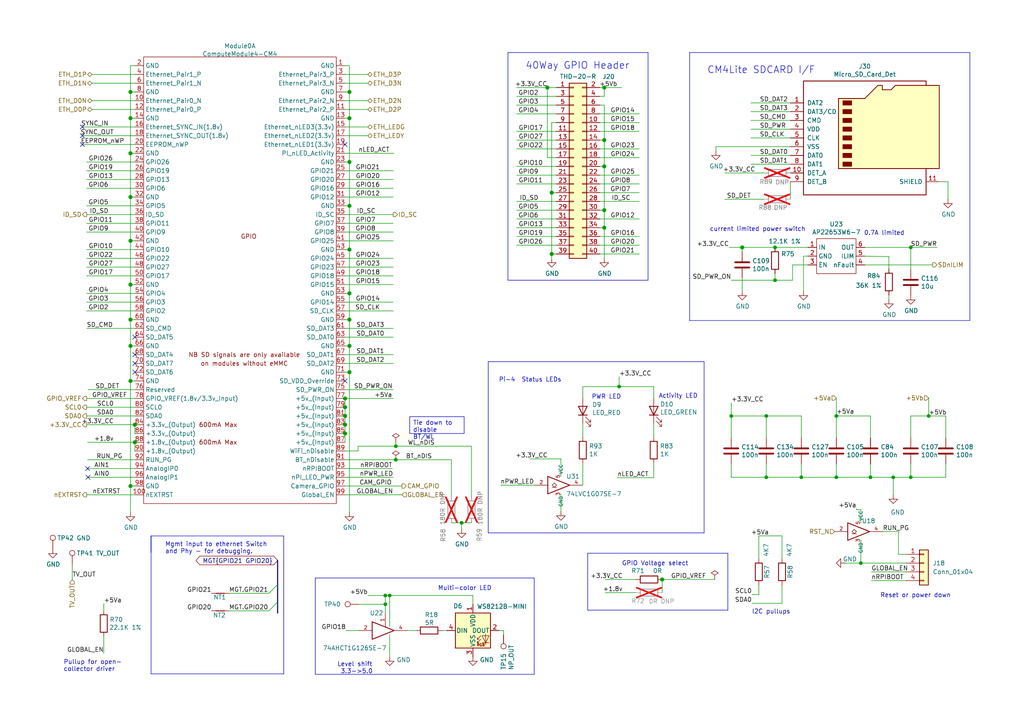
<source format=kicad_sch>
(kicad_sch (version 20230121) (generator eeschema)
  (paper "A4")
  (title_block (title "Penta-Pi") (date "2022-09-05") (rev "2.0") (comment 1 "fjc"))
  (bus_alias "E_MGT" (members "SMDC" "SMDIO" "PMDC" "PMDIO"))
  (junction (at 175.26 40.64) (diameter 1.016))
  (junction (at 37.846 110.49) (diameter 1.016))
  (junction (at 249.682 163.322))
  (junction (at 175.26 66.04) (diameter 1.016))
  (junction (at 101.346 46.99) (diameter 1.016))
  (junction (at 101.346 107.95) (diameter 1.016))
  (junction (at 160.02 55.88) (diameter 1.016))
  (junction (at 158.75 25.4) (diameter 1.016))
  (junction (at 101.346 92.71) (diameter 1.016))
  (junction (at 264.16 138.43))
  (junction (at 39.116 123.19) (diameter 1.016))
  (junction (at 101.346 100.33) (diameter 1.016))
  (junction (at 100.076 125.73) (diameter 1.016))
  (junction (at 37.846 82.55) (diameter 1.016))
  (junction (at 175.26 60.96) (diameter 1.016))
  (junction (at 101.346 72.39) (diameter 1.016))
  (junction (at 160.02 73.66) (diameter 1.016))
  (junction (at 101.346 26.67) (diameter 1.016))
  (junction (at 37.846 92.71) (diameter 1.016))
  (junction (at 133.8813 151.6359))
  (junction (at 175.26 25.4) (diameter 1.016))
  (junction (at 113.03 172.72))
  (junction (at 37.846 26.67) (diameter 1.016))
  (junction (at 101.346 59.69) (diameter 1.016))
  (junction (at 222.25 138.43))
  (junction (at 179.578 112.141))
  (junction (at 37.846 100.33) (diameter 1.016))
  (junction (at 100.076 120.65) (diameter 1.016))
  (junction (at 175.26 48.26) (diameter 1.016))
  (junction (at 224.79 81.28) (diameter 0.9144))
  (junction (at 37.846 34.29) (diameter 1.016))
  (junction (at 232.41 138.43) (diameter 0.9144))
  (junction (at 212.09 120.65))
  (junction (at 259.08 138.43) (diameter 0.9144))
  (junction (at 242.57 120.65))
  (junction (at 224.79 71.755) (diameter 0.9144))
  (junction (at 111.76 172.72))
  (junction (at 37.846 57.15) (diameter 1.016))
  (junction (at 222.25 120.65) (diameter 0.9144))
  (junction (at 242.57 138.43) (diameter 0.9144))
  (junction (at 37.846 44.45) (diameter 1.016))
  (junction (at 192.0546 168.0754) (diameter 1.016))
  (junction (at 100.076 123.19) (diameter 1.016))
  (junction (at 269.367 120.65))
  (junction (at 111.76 175.26))
  (junction (at 39.116 128.27) (diameter 1.016))
  (junction (at 215.265 71.755) (diameter 1.016))
  (junction (at 37.846 69.85) (diameter 1.016))
  (junction (at 100.076 118.11) (diameter 1.016))
  (junction (at 252.476 138.43))
  (junction (at 37.846 140.97) (diameter 1.016))
  (junction (at 114.808 129.4157))
  (junction (at 114.808 133.35))
  (junction (at 264.16 71.755) (diameter 0.9144))
  (junction (at 100.076 115.57) (diameter 1.016))
  (junction (at 101.346 34.29) (diameter 1.016))
  (junction (at 101.346 85.09) (diameter 1.016))
  (no_connect (at 39.116 107.95))
  (no_connect (at 25.4 135.89))
  (no_connect (at 39.116 102.87))
  (no_connect (at 23.876 36.83))
  (no_connect (at 39.116 105.41))
  (no_connect (at 100.076 110.49))
  (no_connect (at 100.076 41.91))
  (no_connect (at 25.527 138.43))
  (no_connect (at 23.876 39.37))
  (no_connect (at 39.116 97.79))
  (no_connect (at 23.876 41.91))
  (bus_entry (at 80.518 174.625) (size -2.54 2.54))
  (bus_entry (at 80.518 169.545) (size -2.54 2.54))
  (wire (pts (xy 229.235 32.385) (xy 217.805 32.385)))
  (wire (pts (xy 175.26 66.04) (xy 175.26 74.93)))
  (wire (pts (xy 169.037 134.366) (xy 169.037 140.716)))
  (wire (pts (xy 100.076 92.71) (xy 101.346 92.71)))
  (wire (pts (xy 37.846 26.67) (xy 37.846 34.29)))
  (wire (pts (xy 30.099 184.658) (xy 30.099 189.484)))
  (wire (pts (xy 100.076 140.97) (xy 116.586 140.97)))
  (wire (pts (xy 101.346 85.09) (xy 101.346 92.71)))
  (wire (pts (xy 111.76 172.72) (xy 111.76 175.26)))
  (wire (pts (xy 37.846 100.33) (xy 39.116 100.33)))
  (wire (pts (xy 229.235 52.705) (xy 229.235 57.785)))
  (wire (pts (xy 39.116 26.67) (xy 37.846 26.67)))
  (polyline (pts (xy 147.32 15.24) (xy 147.32 81.28)) (stroke (width 0) (type solid)))
  (wire (pts (xy 249.682 156.718) (xy 249.682 163.322)))
  (wire (pts (xy 215.265 73.025) (xy 215.265 71.755)))
  (wire (pts (xy 189.611 138.557) (xy 189.611 134.366)))
  (wire (pts (xy 149.86 48.26) (xy 161.29 48.26)))
  (wire (pts (xy 212.09 120.65) (xy 222.25 120.65)))
  (wire (pts (xy 39.116 128.27) (xy 39.37 128.27)))
  (wire (pts (xy 252.476 138.43) (xy 259.08 138.43)))
  (wire (pts (xy 100.076 120.65) (xy 100.076 123.19)))
  (wire (pts (xy 272.415 52.705) (xy 274.955 52.705)))
  (wire (pts (xy 175.26 66.04) (xy 175.26 60.96)))
  (wire (pts (xy 252.73 168.402) (xy 262.89 168.402)))
  (wire (pts (xy 100.076 67.31) (xy 114.046 67.31)))
  (bus (pts (xy 80.518 162.56) (xy 80.518 169.545)))
  (bus (pts (xy 80.518 169.545) (xy 80.518 174.625)))
  (wire (pts (xy 175.26 27.94) (xy 175.26 25.4)))
  (wire (pts (xy 149.86 40.64) (xy 161.29 40.64)))
  (wire (pts (xy 189.611 122.936) (xy 189.611 126.746)))
  (wire (pts (xy 100.076 87.63) (xy 114.046 87.63)))
  (bus (pts (xy 80.518 174.625) (xy 80.518 177.8)))
  (wire (pts (xy 274.32 138.43) (xy 264.16 138.43)))
  (wire (pts (xy 160.02 73.66) (xy 161.29 73.66)))
  (wire (pts (xy 212.09 120.65) (xy 212.09 127)))
  (wire (pts (xy 100.076 85.09) (xy 101.346 85.09)))
  (polyline (pts (xy 82.296 193.294) (xy 82.296 195.453)) (stroke (width 0) (type solid)))
  (wire (pts (xy 274.32 127) (xy 274.32 120.65)))
  (wire (pts (xy 162.687 133.096) (xy 153.797 133.096)))
  (wire (pts (xy 145.161 140.716) (xy 155.067 140.716)))
  (wire (pts (xy 100.076 54.61) (xy 114.046 54.61)))
  (wire (pts (xy 173.99 50.8) (xy 185.42 50.8)))
  (wire (pts (xy 100.076 21.59) (xy 106.68 21.59)))
  (wire (pts (xy 173.99 33.02) (xy 185.42 33.02)))
  (wire (pts (xy 37.846 92.71) (xy 39.116 92.71)))
  (wire (pts (xy 222.25 138.43) (xy 232.41 138.43)))
  (wire (pts (xy 100.076 115.57) (xy 100.076 118.11)))
  (wire (pts (xy 39.116 125.73) (xy 39.116 123.19)))
  (wire (pts (xy 220.091 155.4242) (xy 220.091 162.052)))
  (wire (pts (xy 25.146 54.61) (xy 39.116 54.61)))
  (wire (pts (xy 192.0546 168.0754) (xy 192.0546 171.8854)))
  (wire (pts (xy 175.26 48.26) (xy 173.99 48.26)))
  (wire (pts (xy 149.86 53.34) (xy 161.29 53.34)))
  (wire (pts (xy 101.346 92.71) (xy 101.346 100.33)))
  (wire (pts (xy 25.146 49.53) (xy 39.116 49.53)))
  (wire (pts (xy 114.808 129.4157) (xy 136.7472 129.4157)))
  (wire (pts (xy 259.08 138.43) (xy 264.16 138.43)))
  (wire (pts (xy 26.67 31.75) (xy 39.116 31.75)))
  (wire (pts (xy 25.4 128.27) (xy 39.116 128.27)))
  (wire (pts (xy 232.41 120.65) (xy 232.41 127)))
  (wire (pts (xy 175.5446 168.0754) (xy 184.4346 168.0754)))
  (wire (pts (xy 173.99 68.58) (xy 185.42 68.58)))
  (wire (pts (xy 242.57 138.43) (xy 252.476 138.43)))
  (wire (pts (xy 149.86 30.48) (xy 161.29 30.48)))
  (polyline (pts (xy 171.7346 160.4554) (xy 211.1046 160.4554)) (stroke (width 0) (type solid)))
  (wire (pts (xy 100.076 19.05) (xy 101.346 19.05)))
  (wire (pts (xy 160.02 35.56) (xy 160.02 55.88)))
  (wire (pts (xy 100.076 135.89) (xy 113.8154 135.9227)))
  (wire (pts (xy 274.32 120.65) (xy 269.367 120.65)))
  (wire (pts (xy 37.846 69.85) (xy 39.116 69.85)))
  (wire (pts (xy 100.076 138.43) (xy 114.046 138.43)))
  (wire (pts (xy 220.091 172.4462) (xy 220.091 169.672)))
  (wire (pts (xy 146.05 182.88) (xy 146.05 184.15)))
  (polyline (pts (xy 200.025 15.24) (xy 281.305 15.24)) (stroke (width 0) (type solid)))
  (wire (pts (xy 100.076 105.41) (xy 114.046 105.41)))
  (wire (pts (xy 149.86 25.4) (xy 158.75 25.4)))
  (wire (pts (xy 100.076 39.37) (xy 106.68 39.37)))
  (wire (pts (xy 25.146 143.51) (xy 39.116 143.51)))
  (wire (pts (xy 229.235 40.005) (xy 217.805 40.005)))
  (wire (pts (xy 101.346 26.67) (xy 101.346 34.29)))
  (wire (pts (xy 101.346 34.29) (xy 101.346 46.99)))
  (wire (pts (xy 25.146 52.07) (xy 39.116 52.07)))
  (wire (pts (xy 25.146 90.17) (xy 39.116 90.17)))
  (wire (pts (xy 100.33 182.88) (xy 104.14 182.88)))
  (wire (pts (xy 211.455 71.755) (xy 215.265 71.755)))
  (wire (pts (xy 25.146 62.23) (xy 39.116 62.23)))
  (wire (pts (xy 207.645 42.545) (xy 207.645 43.815)))
  (wire (pts (xy 217.805 37.465) (xy 229.235 37.465)))
  (wire (pts (xy 37.846 110.49) (xy 39.116 110.49)))
  (wire (pts (xy 248.412 147.574) (xy 248.412 147.828)))
  (wire (pts (xy 113.03 172.72) (xy 137.16 172.72)))
  (wire (pts (xy 101.346 19.05) (xy 101.346 26.67)))
  (wire (pts (xy 173.99 71.12) (xy 185.42 71.12)))
  (wire (pts (xy 39.116 130.81) (xy 39.116 128.27)))
  (wire (pts (xy 25.146 95.25) (xy 39.116 95.25)))
  (wire (pts (xy 175.26 25.4) (xy 180.34 25.4)))
  (wire (pts (xy 25.146 118.11) (xy 39.116 118.11)))
  (wire (pts (xy 217.805 45.085) (xy 229.235 45.085)))
  (wire (pts (xy 210.185 50.165) (xy 221.615 50.165)))
  (wire (pts (xy 260.604 160.782) (xy 262.89 160.782)))
  (wire (pts (xy 37.846 69.85) (xy 37.846 82.55)))
  (wire (pts (xy 37.846 110.49) (xy 37.846 140.97)))
  (wire (pts (xy 248.412 147.828) (xy 249.682 147.828)))
  (wire (pts (xy 20.955 168.148) (xy 20.955 163.703)))
  (wire (pts (xy 175.26 30.48) (xy 175.26 40.64)))
  (polyline (pts (xy 211.1046 160.4554) (xy 211.1046 176.9654)) (stroke (width 0) (type solid)))
  (wire (pts (xy 212.09 138.43) (xy 222.25 138.43)))
  (wire (pts (xy 212.09 81.28) (xy 224.79 81.28)))
  (wire (pts (xy 37.846 100.33) (xy 37.846 110.49)))
  (polyline (pts (xy 281.305 15.24) (xy 281.305 92.964)) (stroke (width 0) (type solid)))
  (wire (pts (xy 37.846 140.97) (xy 37.846 148.59)))
  (wire (pts (xy 25.146 74.93) (xy 39.116 74.93)))
  (wire (pts (xy 101.346 107.95) (xy 101.346 148.59)))
  (wire (pts (xy 39.116 140.97) (xy 37.846 140.97)))
  (wire (pts (xy 173.99 38.1) (xy 185.42 38.1)))
  (wire (pts (xy 25.146 72.39) (xy 39.116 72.39)))
  (wire (pts (xy 23.876 36.83) (xy 39.116 36.83)))
  (wire (pts (xy 106.68 172.72) (xy 111.76 172.72)))
  (wire (pts (xy 210.185 57.785) (xy 221.615 57.785)))
  (wire (pts (xy 37.846 19.05) (xy 37.846 26.67)))
  (wire (pts (xy 37.846 57.15) (xy 37.846 69.85)))
  (polyline (pts (xy 43.815 155.448) (xy 43.815 195.453)) (stroke (width 0) (type solid)))
  (polyline (pts (xy 43.815 155.448) (xy 82.296 155.448)) (stroke (width 0) (type solid)))
  (polyline (pts (xy 43.815 195.453) (xy 82.296 195.453)) (stroke (width 0) (type solid)))
  (polyline (pts (xy 82.296 193.294) (xy 82.296 155.448)) (stroke (width 0) (type solid)))
  (wire (pts (xy 173.99 53.34) (xy 185.42 53.34)))
  (wire (pts (xy 37.846 44.45) (xy 39.116 44.45)))
  (wire (pts (xy 264.16 120.65) (xy 264.16 127)))
  (wire (pts (xy 25.146 67.31) (xy 39.116 67.31)))
  (wire (pts (xy 100.076 74.93) (xy 114.046 74.93)))
  (wire (pts (xy 136.7472 129.4157) (xy 136.7472 143.9855)))
  (wire (pts (xy 100.076 123.19) (xy 100.076 125.73)))
  (wire (pts (xy 100.076 52.07) (xy 114.046 52.07)))
  (polyline (pts (xy 211.1046 176.9654) (xy 171.7346 176.9654)) (stroke (width 0) (type solid)))
  (wire (pts (xy 256.032 154.178) (xy 260.604 154.178)))
  (wire (pts (xy 173.99 58.42) (xy 185.42 58.42)))
  (polyline (pts (xy 141.605 104.902) (xy 204.216 104.902)) (stroke (width 0) (type solid)))
  (polyline (pts (xy 141.605 154.559) (xy 141.605 104.902)) (stroke (width 0) (type solid)))
  (polyline (pts (xy 204.216 104.902) (xy 204.216 154.559)) (stroke (width 0) (type solid)))
  (polyline (pts (xy 204.216 154.559) (xy 141.605 154.559)) (stroke (width 0) (type solid)))
  (wire (pts (xy 25.146 87.63) (xy 39.116 87.63)))
  (wire (pts (xy 160.02 55.88) (xy 161.29 55.88)))
  (wire (pts (xy 224.79 71.755) (xy 234.315 71.755)))
  (polyline (pts (xy 43.815 160.274) (xy 43.815 155.448)))
  (wire (pts (xy 114.046 95.25) (xy 100.076 95.25)))
  (wire (pts (xy 113.03 184.15) (xy 113.03 190.5)))
  (wire (pts (xy 100.076 57.15) (xy 114.046 57.15)))
  (wire (pts (xy 37.846 82.55) (xy 37.846 92.71)))
  (wire (pts (xy 130.9212 151.6359) (xy 133.8813 151.6359)))
  (wire (pts (xy 114.046 102.87) (xy 100.076 102.87)))
  (wire (pts (xy 37.846 34.29) (xy 37.846 44.45)))
  (wire (pts (xy 149.86 63.5) (xy 161.29 63.5)))
  (wire (pts (xy 173.99 63.5) (xy 185.42 63.5)))
  (wire (pts (xy 250.825 76.835) (xy 270.51 76.835)))
  (wire (pts (xy 114.808 129.4157) (xy 103.8701 129.4157)))
  (wire (pts (xy 23.876 39.37) (xy 39.116 39.37)))
  (wire (pts (xy 173.99 30.48) (xy 175.26 30.48)))
  (wire (pts (xy 222.25 120.65) (xy 232.41 120.65)))
  (wire (pts (xy 215.265 84.455) (xy 215.265 80.645)))
  (wire (pts (xy 249.682 147.828) (xy 249.682 151.638)))
  (wire (pts (xy 149.86 38.1) (xy 161.29 38.1)))
  (wire (pts (xy 100.076 29.21) (xy 106.68 29.21)))
  (wire (pts (xy 25.146 123.19) (xy 39.116 123.19)))
  (wire (pts (xy 100.076 24.13) (xy 106.68 24.13)))
  (wire (pts (xy 26.67 24.13) (xy 39.116 24.13)))
  (wire (pts (xy 257.81 85.598) (xy 257.81 86.868)))
  (wire (pts (xy 25.146 64.77) (xy 39.116 64.77)))
  (wire (pts (xy 100.076 130.81) (xy 103.8701 130.81)))
  (wire (pts (xy 100.076 49.53) (xy 114.046 49.53)))
  (wire (pts (xy 114.808 129.4157) (xy 114.808 128.27)))
  (wire (pts (xy 137.16 172.72) (xy 137.16 175.26)))
  (wire (pts (xy 25.146 59.69) (xy 39.116 59.69)))
  (wire (pts (xy 259.08 143.51) (xy 259.08 138.43)))
  (polyline (pts (xy 187.96 15.24) (xy 147.32 15.24)) (stroke (width 0) (type solid)))
  (wire (pts (xy 100.076 113.03) (xy 114.046 113.03)))
  (wire (pts (xy 100.076 118.11) (xy 100.076 120.65)))
  (wire (pts (xy 25.4 133.35) (xy 39.116 133.35)))
  (wire (pts (xy 100.076 44.45) (xy 114.3 44.45)))
  (wire (pts (xy 250.825 71.755) (xy 264.16 71.755)))
  (wire (pts (xy 264.16 71.755) (xy 271.78 71.755)))
  (wire (pts (xy 232.41 134.62) (xy 232.41 138.43)))
  (wire (pts (xy 100.076 64.77) (xy 114.046 64.77)))
  (wire (pts (xy 189.611 115.316) (xy 189.611 112.141)))
  (wire (pts (xy 160.02 73.66) (xy 160.02 74.93)))
  (wire (pts (xy 37.846 92.71) (xy 37.846 100.33)))
  (wire (pts (xy 158.75 25.4) (xy 158.75 45.72)))
  (wire (pts (xy 169.037 122.936) (xy 169.037 126.746)))
  (wire (pts (xy 269.367 120.777) (xy 269.367 120.65)))
  (wire (pts (xy 224.79 81.28) (xy 224.79 79.375)))
  (wire (pts (xy 229.87 76.835) (xy 229.87 81.28)))
  (wire (pts (xy 229.87 81.28) (xy 224.79 81.28)))
  (wire (pts (xy 234.315 76.835) (xy 229.87 76.835)))
  (wire (pts (xy 264.16 138.43) (xy 264.16 134.62)))
  (wire (pts (xy 100.076 133.35) (xy 114.808 133.35)))
  (wire (pts (xy 114.808 133.35) (xy 130.9212 133.35)))
  (wire (pts (xy 173.99 73.66) (xy 185.42 73.66)))
  (wire (pts (xy 169.037 112.141) (xy 179.578 112.141)))
  (wire (pts (xy 179.578 112.141) (xy 189.611 112.141)))
  (polyline (pts (xy 147.32 81.28) (xy 187.96 81.28)) (stroke (width 0) (type solid)))
  (wire (pts (xy 111.76 172.72) (xy 113.03 172.72)))
  (wire (pts (xy 207.645 42.545) (xy 229.235 42.545)))
  (polyline (pts (xy 170.4646 176.9654) (xy 170.4646 160.4554)) (stroke (width 0) (type solid)))
  (wire (pts (xy 260.604 154.178) (xy 260.604 160.782)))
  (wire (pts (xy 173.99 25.4) (xy 175.26 25.4)))
  (wire (pts (xy 175.26 40.64) (xy 175.26 48.26)))
  (wire (pts (xy 149.86 33.02) (xy 161.29 33.02)))
  (wire (pts (xy 173.99 43.18) (xy 185.42 43.18)))
  (wire (pts (xy 252.73 165.862) (xy 262.89 165.862)))
  (wire (pts (xy 245.11 163.322) (xy 249.682 163.322)))
  (wire (pts (xy 274.955 52.705) (xy 274.955 57.785)))
  (wire (pts (xy 158.75 45.72) (xy 161.29 45.72)))
  (wire (pts (xy 100.076 62.23) (xy 114.046 62.23)))
  (wire (pts (xy 100.076 59.69) (xy 101.346 59.69)))
  (wire (pts (xy 130.9212 133.35) (xy 130.9212 144.0159)))
  (wire (pts (xy 100.076 143.51) (xy 116.586 143.51)))
  (wire (pts (xy 175.5446 171.8854) (xy 184.4346 171.8854)))
  (wire (pts (xy 169.037 112.141) (xy 169.037 115.316)))
  (polyline (pts (xy 91.44 167.64) (xy 91.44 195.58)) (stroke (width 0) (type solid)))
  (polyline (pts (xy 91.44 167.64) (xy 154.94 167.64)) (stroke (width 0) (type solid)))
  (polyline (pts (xy 91.44 195.58) (xy 154.94 195.58)) (stroke (width 0) (type solid)))
  (polyline (pts (xy 154.94 195.58) (xy 154.94 167.64)) (stroke (width 0) (type solid)))
  (polyline (pts (xy 200.025 92.964) (xy 200.025 15.24)) (stroke (width 0) (type solid)))
  (wire (pts (xy 100.076 26.67) (xy 101.346 26.67)))
  (wire (pts (xy 234.315 74.295) (xy 233.045 74.295)))
  (wire (pts (xy 162.687 143.256) (xy 162.687 148.336)))
  (wire (pts (xy 100.076 97.79) (xy 114.046 97.79)))
  (wire (pts (xy 136.7472 151.6359) (xy 136.7472 151.6055)))
  (wire (pts (xy 101.346 72.39) (xy 101.346 85.09)))
  (wire (pts (xy 100.076 107.95) (xy 101.346 107.95)))
  (wire (pts (xy 161.29 35.56) (xy 160.02 35.56)))
  (wire (pts (xy 220.091 155.4242) (xy 226.822 155.4242)))
  (wire (pts (xy 101.346 100.33) (xy 101.346 107.95)))
  (wire (pts (xy 175.26 60.96) (xy 175.26 48.26)))
  (wire (pts (xy 242.57 134.62) (xy 242.57 138.43)))
  (wire (pts (xy 252.476 134.62) (xy 252.476 138.43)))
  (wire (pts (xy 25.146 80.01) (xy 39.116 80.01)))
  (wire (pts (xy 149.86 43.18) (xy 161.29 43.18)))
  (wire (pts (xy 218.0925 174.9862) (xy 226.822 174.9862)))
  (wire (pts (xy 133.8813 151.6359) (xy 136.7472 151.6359)))
  (wire (pts (xy 100.076 100.33) (xy 101.346 100.33)))
  (wire (pts (xy 25.146 46.99) (xy 39.116 46.99)))
  (wire (pts (xy 39.116 19.05) (xy 37.846 19.05)))
  (wire (pts (xy 242.57 120.65) (xy 242.57 127)))
  (wire (pts (xy 37.846 57.15) (xy 39.116 57.15)))
  (wire (pts (xy 100.076 72.39) (xy 101.346 72.39)))
  (wire (pts (xy 173.99 35.56) (xy 185.42 35.56)))
  (wire (pts (xy 149.86 60.96) (xy 161.29 60.96)))
  (wire (pts (xy 232.41 138.43) (xy 242.57 138.43)))
  (wire (pts (xy 144.78 182.88) (xy 146.05 182.88)))
  (wire (pts (xy 252.476 127) (xy 252.476 120.65)))
  (wire (pts (xy 217.805 29.845) (xy 229.235 29.845)))
  (wire (pts (xy 257.81 74.422) (xy 257.81 77.978)))
  (wire (pts (xy 161.29 25.4) (xy 158.75 25.4)))
  (wire (pts (xy 25.4 138.43) (xy 39.116 138.43)))
  (wire (pts (xy 162.687 138.176) (xy 162.687 133.096)))
  (wire (pts (xy 160.02 55.88) (xy 160.02 73.66)))
  (wire (pts (xy 111.76 175.26) (xy 111.76 177.8)))
  (wire (pts (xy 149.86 27.94) (xy 161.29 27.94)))
  (wire (pts (xy 39.116 34.29) (xy 37.846 34.29)))
  (wire (pts (xy 128.27 182.88) (xy 129.54 182.88)))
  (polyline (pts (xy 170.4646 176.9654) (xy 171.7346 176.9654)) (stroke (width 0) (type solid)))
  (polyline (pts (xy 171.7346 160.4554) (xy 170.4646 160.4554)) (stroke (width 0) (type solid)))
  (wire (pts (xy 26.67 29.21) (xy 39.116 29.21)))
  (polyline (pts (xy 281.305 92.964) (xy 200.025 92.964)) (stroke (width 0) (type solid)))
  (wire (pts (xy 100.076 36.83) (xy 106.68 36.83)))
  (wire (pts (xy 173.99 60.96) (xy 175.26 60.96)))
  (wire (pts (xy 179.578 109.347) (xy 179.578 112.141)))
  (wire (pts (xy 133.8813 151.6359) (xy 133.8813 153.4276)))
  (wire (pts (xy 66.421 172.085) (xy 77.978 172.085)))
  (wire (pts (xy 264.16 78.105) (xy 264.16 71.755)))
  (wire (pts (xy 233.045 74.295) (xy 233.045 84.455)))
  (wire (pts (xy 218.0925 172.4462) (xy 220.091 172.4462)))
  (wire (pts (xy 222.25 120.65) (xy 222.25 127)))
  (wire (pts (xy 25.6032 113.03) (xy 39.116 113.03)))
  (wire (pts (xy 175.26 40.64) (xy 173.99 40.64)))
  (wire (pts (xy 118.11 182.88) (xy 120.65 182.88)))
  (wire (pts (xy 25.146 77.47) (xy 39.116 77.47)))
  (wire (pts (xy 37.846 44.45) (xy 37.846 57.15)))
  (wire (pts (xy 149.86 68.58) (xy 161.29 68.58)))
  (wire (pts (xy 269.367 120.65) (xy 264.16 120.65)))
  (polyline (pts (xy 187.96 15.24) (xy 187.96 81.28)) (stroke (width 0) (type solid)))
  (wire (pts (xy 250.825 74.295) (xy 257.81 74.422)))
  (wire (pts (xy 100.076 69.85) (xy 114.046 69.85)))
  (wire (pts (xy 192.0546 168.0754) (xy 207.2946 168.0754)))
  (wire (pts (xy 100.076 80.01) (xy 114.046 80.01)))
  (wire (pts (xy 100.076 125.73) (xy 100.076 128.27)))
  (wire (pts (xy 100.076 31.75) (xy 106.68 31.75)))
  (wire (pts (xy 252.476 120.65) (xy 242.57 120.65)))
  (wire (pts (xy 103.8701 129.4157) (xy 103.8701 130.81)))
  (wire (pts (xy 274.32 134.62) (xy 274.32 138.43)))
  (wire (pts (xy 173.99 27.94) (xy 175.26 27.94)))
  (wire (pts (xy 149.86 71.12) (xy 161.29 71.12)))
  (wire (pts (xy 37.846 82.55) (xy 39.116 82.55)))
  (wire (pts (xy 101.346 59.69) (xy 101.346 72.39)))
  (wire (pts (xy 226.822 155.4242) (xy 226.822 162.052)))
  (wire (pts (xy 217.805 34.925) (xy 229.235 34.925)))
  (wire (pts (xy 25.146 115.57) (xy 39.116 115.57)))
  (wire (pts (xy 100.076 34.29) (xy 101.346 34.29)))
  (wire (pts (xy 269.367 115.443) (xy 269.367 120.65)))
  (wire (pts (xy 25.146 85.09) (xy 39.116 85.09)))
  (wire (pts (xy 104.14 175.26) (xy 111.76 175.26)))
  (wire (pts (xy 212.09 134.62) (xy 212.09 138.43)))
  (wire (pts (xy 222.25 134.62) (xy 222.25 138.43)))
  (wire (pts (xy 149.86 58.42) (xy 161.29 58.42)))
  (wire (pts (xy 149.86 50.8) (xy 161.29 50.8)))
  (wire (pts (xy 229.235 47.625) (xy 217.805 47.625)))
  (wire (pts (xy 25.146 120.65) (xy 39.116 120.65)))
  (wire (pts (xy 25.4 135.89) (xy 39.116 135.89)))
  (wire (pts (xy 100.076 46.99) (xy 101.346 46.99)))
  (wire (pts (xy 242.57 115.443) (xy 242.57 120.65)))
  (wire (pts (xy 113.03 172.72) (xy 113.03 181.61)))
  (wire (pts (xy 23.876 41.91) (xy 39.116 41.91)))
  (wire (pts (xy 173.99 66.04) (xy 175.26 66.04)))
  (wire (pts (xy 26.67 21.59) (xy 39.116 21.59)))
  (wire (pts (xy 173.99 45.72) (xy 185.42 45.72)))
  (wire (pts (xy 100.076 115.57) (xy 114.046 115.57)))
  (wire (pts (xy 114.046 90.17) (xy 100.076 90.17)))
  (wire (pts (xy 249.682 163.322) (xy 262.89 163.322)))
  (wire (pts (xy 100.076 82.55) (xy 114.046 82.55)))
  (wire (pts (xy 101.346 46.99) (xy 101.346 59.69)))
  (wire (pts (xy 30.099 175.133) (xy 30.099 177.038)))
  (wire (pts (xy 212.09 116.84) (xy 212.09 120.65)))
  (wire (pts (xy 179.07 138.557) (xy 189.611 138.557)))
  (wire (pts (xy 100.076 77.47) (xy 114.046 77.47)))
  (wire (pts (xy 173.99 55.88) (xy 185.42 55.88)))
  (wire (pts (xy 226.822 174.9862) (xy 226.822 169.672)))
  (wire (pts (xy 149.86 66.04) (xy 161.29 66.04)))
  (wire (pts (xy 77.978 177.165) (xy 66.421 177.165)))
  (wire (pts (xy 215.265 71.755) (xy 224.79 71.755)))
  (text_box "Tie down to\ndisable BT/WL" (at 118.8265 120.847 0) (size 15.7935 4.883) (effects (font (size 1.27 1.27)) (justify left top)))
  (text_box "I2C pullups" (at 217.1054 175.588 0) (size 13.2736 3.5923) (stroke (width -0.0001)) (effects (font (size 1.27 1.27)) (justify left top)))
  (text "40Way GPIO Header" (at 152.4 20.32 0) (effects (font (size 2.007 2.007)) (justify left bottom)))
  (text "0.7A limited" (at 262.382 68.453 0) (effects (font (size 1.27 1.27)) (justify right bottom)))
  (text "Pi-4  Status LEDs\n" (at 144.653 110.998 0) (effects (font (size 1.27 1.27)) (justify left bottom)))
  (text "CM4Lite SDCARD I/F" (at 205.105 21.59 0) (effects (font (size 2.007 2.007)) (justify left bottom)))
  (text "Pullup for open-\ncollector driver" (at 18.415 194.945 0) (effects (font (size 1.27 1.27)) (justify left bottom)))
  (text "Level shift\n 3.3->5.0" (at 97.79 195.58 0) (effects (font (size 1.27 1.27)) (justify left bottom)))
  (text "Multi-color LED" (at 127 171.45 0) (effects (font (size 1.27 1.27)) (justify left bottom)))
  (text "GPIO Voltage select\n" (at 199.6746 164.2654 0) (effects (font (size 1.27 1.27)) (justify right bottom)))
  (text "Reset or power down" (at 255.2938 173.5266 0) (effects (font (size 1.27 1.27)) (justify left bottom)))
  (text "PWR LED" (at 171.577 115.951 0) (effects (font (size 1.27 1.27)) (justify left bottom)))
  (text "Mgmt input to ethernet Switch \nand Phy - for debugging." (at 47.879 160.782 0) (effects (font (size 1.27 1.27)) (justify left bottom)))
  (text "current limited power switch" (at 233.68 67.31 0) (effects (font (size 1.27 1.27)) (justify right bottom)))
  (text "Activity LED" (at 191.008 115.697 0) (effects (font (size 1.27 1.27)) (justify left bottom)))
  (label "GPIO27" (at 157.48 40.64 180))
  (label "+5Va" (at 223.0458 155.4242 180))
  (label "AIN1" (at 31.75 135.89 180))
  (label "SD_PWR_ON" (at 212.09 81.28 180))
  (label "GPIO20" (at 110.236 52.07 180))
  (label "GPIO22" (at 157.48 43.18 180))
  (label "+5Va" (at 242.57 120.396 0))
  (label "GPIO21" (at 61.341 172.085 180))
  (label "SCL0" (at 33.02 118.11 180))
  (label "EEPROM_nWP" (at 36.068 41.91 180))
  (label "GPIO11" (at 157.48 53.34 180))
  (label "GPIO15" (at 184.15 35.56 180))
  (label "GPIO2" (at 31.496 90.17 180))
  (label "GPIO2" (at 156.21 27.94 180))
  (label "SD_DAT0" (at 220.345 45.085 0))
  (label "+5Vb" (at 269.367 120.65 0))
  (label "GPIO13" (at 32.766 52.07 180))
  (label "nLED_ACT" (at 113.03 44.45 180))
  (label "GPIO8" (at 108.966 67.31 180))
  (label "BT_nDIS" (at 125.3236 133.35 180))
  (label "GPIO23" (at 110.236 77.47 180))
  (label "GPIO17" (at 157.48 38.1 180))
  (label "GPIO4" (at 31.496 85.09 180))
  (label "nLED_ACT" (at 179.07 138.557 0))
  (label "SD_PWR" (at 271.78 71.755 180))
  (label "GPIO22" (at 32.766 74.93 180))
  (label "SD_DET" (at 34.671 113.03 180))
  (label "GPIO19" (at 157.48 68.58 180))
  (label "GPIO19" (at 32.766 49.53 180))
  (label "SD_CLK" (at 220.345 40.005 0))
  (label "TV_OUT" (at 20.955 167.64 0))
  (label "SDA0" (at 33.02 120.65 180))
  (label "SD_DAT0" (at 111.506 97.79 180))
  (label "GPIO24" (at 110.236 74.93 180))
  (label "+1.8v" (at 180.6246 171.8854 180))
  (label "SD_CMD" (at 220.345 34.925 0))
  (label "+5Va" (at 113.792 115.57 180))
  (label "RUN_PG" (at 35.56 133.35 180))
  (label "GPIO27" (at 32.766 77.47 180))
  (label "GPIO11" (at 32.766 64.77 180))
  (label "GPIO17" (at 32.766 80.01 180))
  (label "SD_DAT1" (at 111.506 102.87 180))
  (label "GPIO21" (at 184.15 73.66 180))
  (label "MGT.GPIO21" (at 66.421 172.085 0))
  (label "+3.3V_CC" (at 211.455 71.755 180))
  (label "SCL0" (at 218.0925 172.4462 180))
  (label "+3.3V_CC" (at 212.09 116.84 0))
  (label "MGT.GPIO20" (at 66.421 177.165 0))
  (label "GPIO7" (at 108.966 64.77 180))
  (label "+3.3V_CC" (at 33.02 123.19 180))
  (label "GPIO7" (at 182.88 55.88 180))
  (label "nPWR_LED" (at 114.046 138.43 180))
  (label "GPIO16" (at 184.15 68.58 180))
  (label "+3.3V_CC" (at 179.578 109.347 0))
  (label "GPIO13" (at 157.48 66.04 180))
  (label "SD_CLK" (at 110.236 90.17 180))
  (label "+3.3V_CC" (at 158.877 133.096 180))
  (label "WL_nDIS" (at 126.111 129.4157 180))
  (label "GPIO5" (at 31.496 59.69 180))
  (label "GPIO5" (at 156.21 60.96 180))
  (label "GPIO6" (at 31.496 54.61 180))
  (label "ID_SD" (at 156.21 58.42 180))
  (label "ID_SC" (at 108.966 62.23 180))
  (label "RUN_PG" (at 256.032 154.178 0))
  (label "SYNC_IN" (at 31.496 36.83 180))
  (label "GPIO25" (at 110.236 69.85 180))
  (label "GPIO10" (at 32.766 72.39 180))
  (label "GPIO_VREF" (at 194.5946 168.0754 0))
  (label "SD_DAT3" (at 111.506 95.25 180))
  (label "SDA0" (at 218.0925 174.9862 180))
  (label "GLOBAL_EN" (at 252.73 165.862 0))
  (label "GPIO14" (at 110.236 87.63 180))
  (label "SD_DAT3" (at 220.345 32.385 0))
  (label "nRPIBOOT" (at 113.8154 135.9227 180))
  (label "GPIO12" (at 184.15 63.5 180))
  (label "GPIO26" (at 32.766 46.99 180))
  (label "GPIO10" (at 157.48 48.26 180))
  (label "nRPIBOOT" (at 252.73 168.402 0))
  (label "+3.3V_CC" (at 219.075 50.165 180))
  (label "+5Vb" (at 106.68 172.72 180))
  (label "SD_DAT2" (at 111.506 105.41 180))
  (label "+5Va" (at 248.412 147.574 180))
  (label "GPIO25" (at 184.15 50.8 180))
  (label "+1.8v" (at 33.02 128.27 180))
  (label "+5Va" (at 30.099 175.133 0))
  (label "CAM_GPIO" (at 113.665 140.97 180))
  (label "GPIO4" (at 156.21 33.02 180))
  (label "AIN0" (at 31.75 138.43 180))
  (label "GPIO3" (at 156.21 30.48 180))
  (label "GPIO_VREF" (at 26.67 115.57 0))
  (label "GPIO24" (at 184.15 45.72 180))
  (label "ID_SC" (at 182.88 58.42 180))
  (label "GPIO15" (at 110.236 82.55 180))
  (label "GPIO16" (at 110.236 54.61 180))
  (label "GPIO26" (at 157.48 71.12 180))
  (label "+3.3V_CC" (at 180.6246 168.0754 180))
  (label "GLOBAL_EN" (at 30.099 189.484 180))
  (label "SD_CMD" (at 32.766 95.25 180))
  (label "GPIO18" (at 100.33 182.88 180))
  (label "ID_SD" (at 31.496 62.23 180))
  (label "GPIO9" (at 156.21 50.8 180))
  (label "SD_DAT1" (at 220.345 47.625 0))
  (label "+5Vb" (at 179.07 25.4 180))
  (label "GPIO20" (at 184.15 71.12 180))
  (label "SD_PWR" (at 220.345 37.465 0))
  (label "GPIO3" (at 31.496 87.63 180))
  (label "SD_DAT2" (at 220.345 29.845 0))
  (label "SYNC_OUT" (at 33.02 39.37 180))
  (label "GPIO23" (at 184.15 43.18 180))
  (label "GPIO18" (at 184.15 38.1 180))
  (label "GLOBAL_EN" (at 114.046 143.51 180))
  (label "GPIO14" (at 184.15 33.02 180))
  (label "GPIO6" (at 156.21 63.5 180))
  (label "SD_PWR_ON" (at 102.616 113.03 0))
  (label "GPIO12" (at 110.236 57.15 180))
  (label "GPIO20" (at 61.341 177.165 180))
  (label "GPIO21" (at 110.236 49.53 180))
  (label "GPIO18" (at 110.236 80.01 180))
  (label "GPIO9" (at 31.496 67.31 180))
  (label "nPWR_LED" (at 145.161 140.716 0))
  (label "SD_DET" (at 217.805 57.785 180))
  (label "+3.3V_CC" (at 158.75 25.4 180))
  (label "GPIO8" (at 182.88 53.34 180))
  (label "nEXTRST" (at 34.925 143.51 180))
  (global_label "MGT{GPIO21 GPIO20}" (shape bidirectional) (at 80.518 162.56 180) (property "Intersheetrefs" "${INTERSHEET_REFS}" (at 57.7758 162.4806 0) (effects (justify right))))
  (hierarchical_label "ETH_LEDG" (shape bidirectional) (at 106.68 36.83 0))
  (hierarchical_label "ETH_LEDY" (shape bidirectional) (at 106.68 39.37 0))
  (hierarchical_label "SDA0" (shape output) (at 25.146 120.65 180))
  (hierarchical_label "ETH_D1N" (shape bidirectional) (at 26.67 24.13 180))
  (hierarchical_label "ETH_D3N" (shape bidirectional) (at 106.68 24.13 0))
  (hierarchical_label "RST_N" (shape input) (at 242.062 154.178 180))
  (hierarchical_label "CAM_GPIO" (shape output) (at 116.586 140.97 0))
  (hierarchical_label "+3.3V_CC" (shape output) (at 25.146 123.19 180))
  (hierarchical_label "ID_SC" (shape output) (at 114.046 62.23 0))
  (hierarchical_label "ETH_D3P" (shape bidirectional) (at 106.68 21.59 0))
  (hierarchical_label "TV_OUT" (shape input) (at 20.955 168.148 270))
  (hierarchical_label "ETH_D0P" (shape bidirectional) (at 26.67 31.75 180))
  (hierarchical_label "SCL0" (shape output) (at 25.146 118.11 180))
  (hierarchical_label "ETH_D0N" (shape bidirectional) (at 26.67 29.21 180))
  (hierarchical_label "SDnILIM" (shape output) (at 270.51 76.835 0))
  (hierarchical_label "ETH_D2N" (shape bidirectional) (at 106.68 29.21 0))
  (hierarchical_label "GLOBAL_EN" (shape input) (at 116.586 143.51 0))
  (hierarchical_label "+5Vb" (shape input) (at 269.367 115.443 180))
  (hierarchical_label "+5Va" (shape input) (at 242.57 115.443 180))
  (hierarchical_label "ETH_D2P" (shape bidirectional) (at 106.68 31.75 0))
  (hierarchical_label "ID_SD" (shape output) (at 25.146 62.23 180))
  (hierarchical_label "nEXTRST" (shape output) (at 25.146 143.51 180))
  (hierarchical_label "GPIO_VREF" (shape output) (at 25.146 115.57 180))
  (hierarchical_label "ETH_D1P" (shape bidirectional) (at 26.67 21.59 180))
  (symbol (lib_id "CM4IO:74LVC1G07_copy") (at 162.687 140.716 0) (unit 1)
    (property "Reference" "U31" (at 164.211 138.176 0) (effects (justify left)))
    (property "Value" "74LVC1G07SE-7" (at 164.211 143.256 0) (effects (justify left)))
    (property "Footprint" "Package_TO_SOT_SMD:SOT-353_SC-70-5" (effects hide))
    (property "Datasheet" "https://www.diodes.com/assets/Datasheets/74LVC1G07.pdf" (effects hide))
    (property "LCSC Part Number" "C67531" (effects hide))
  )
  (symbol (lib_id "CM4IO:ComputeModule4-CM4") (at 72.136 74.93 0) (unit 1)
    (property "Reference" "Module0" (at 69.596 13.335 0))
    (property "Value" "ComputeModule4-CM4" (at 69.596 15.6464 0))
    (property "Footprint" "CM4IO:Raspberry-Pi-4-Compute-Module" (effects hide))
  )
  (symbol (lib_id "Connector_Generic:Conn_02x20_Odd_Even") (at 166.37 48.26 0) (unit 1)
    (property "Reference" "J20" (at 176.53 22.225 0))
    (property "Value" "THD-20-R" (at 167.64 22.1996 0))
    (property "Footprint" "Connector_PinHeader_2.54mm:PinHeader_2x20_P2.54mm_Vertical" (effects hide))
    (property "Datasheet" "https://cdn.harwin.com/pdfs/C001XX_M20_Series_Connectors.pdf" (effects hide))
    (property "Part Description" "2X20 0.1in pin header" (effects hide))
  )
  (symbol (lib_id "Device:C") (at 264.16 81.915 0) (unit 1)
    (property "Reference" "C116" (at 267.081 80.7466 0) (effects (justify left)))
    (property "Value" "10u" (at 267.081 83.058 0) (effects (justify left)))
    (property "Footprint" "Capacitor_SMD:C_0603_1608Metric" (effects hide))
    (property "Datasheet" "http://www.samsungsem.com/kr/support/product-search/mlcc/CL21B106KPQNNNE.jsp" (effects hide))
    (property "LCSC Part Number" "C19702" (effects hide))
  )
  (symbol (lib_id "power:GND") (at 175.26 74.93 0) (unit 1)
    (property "Reference" "#PWR097" (effects hide))
    (property "Value" "GND" (at 175.387 79.3242 0))
  )
  (symbol (lib_id "power:GND") (at 160.02 74.93 0) (unit 1)
    (property "Reference" "#PWR095" (effects hide))
    (property "Value" "GND" (at 160.147 79.3242 0))
  )
  (symbol (lib_id "power:GND") (at 37.846 148.59 0) (unit 1)
    (property "Reference" "#PWR093" (effects hide))
    (property "Value" "GND" (at 37.973 152.9842 0))
  )
  (symbol (lib_id "power:GND") (at 101.346 148.59 0) (unit 1)
    (property "Reference" "#PWR094" (effects hide))
    (property "Value" "GND" (at 101.473 152.9842 0))
  )
  (symbol (lib_id "Device:LED") (at 189.611 119.126 90) (unit 1)
    (property "Reference" "D10" (at 191.4398 117.2464 90) (effects (justify right)))
    (property "Value" "LED_GREEN" (at 191.4398 119.5578 90) (effects (justify right)))
    (property "Footprint" "LED_SMD:LED_0805_2012Metric_Pad1.15x1.40mm_HandSolder" (effects hide))
    (property "Datasheet" "https://katalog.we.org" (effects hide))
    (property "LCSC Part Number" "C2297" (effects hide))
  )
  (symbol (lib_id "Device:R") (at 189.611 130.556 0) (unit 1)
    (property "Reference" "R83" (at 191.389 129.3876 0) (effects (justify left)))
    (property "Value" "1K" (at 191.389 131.699 0) (effects (justify left)))
    (property "Footprint" "Resistor_SMD:R_0603_1608Metric" (effects hide))
    (property "LCSC Part Number" "C21190" (effects hide))
  )
  (symbol (lib_id "power:GND") (at 162.687 148.336 0) (unit 1)
    (property "Reference" "#PWR098" (effects hide))
    (property "Value" "GND" (at 162.814 152.7302 0))
  )
  (symbol (lib_id "Device:LED") (at 169.037 119.126 90) (unit 1)
    (property "Reference" "D9" (at 171.7548 117.3734 90) (effects (justify right)))
    (property "Value" "LED_RED" (at 171.7548 119.6848 90) (effects (justify right)))
    (property "Footprint" "LED_SMD:LED_0805_2012Metric_Pad1.15x1.40mm_HandSolder" (effects hide))
    (property "Datasheet" "http://optoelectronics.liteon.com/upload/download/DS22-2000-210/LTST-S270KRKT.pdf" (effects hide))
    (property "LCSC Part Number" "C84256" (effects hide))
  )
  (symbol (lib_id "Device:R") (at 169.037 130.556 0) (unit 1)
    (property "Reference" "R93" (at 170.815 129.3876 0) (effects (justify left)))
    (property "Value" "1K" (at 170.815 131.699 0) (effects (justify left)))
    (property "Footprint" "Resistor_SMD:R_0603_1608Metric" (effects hide))
    (property "LCSC Part Number" "C21190" (effects hide))
  )
  (symbol (lib_id "Device:R") (at 188.2446 168.0754 90) (unit 1)
    (property "Reference" "R71" (at 186.9746 165.5354 90) (effects (justify left)))
    (property "Value" "0R" (at 192.0546 165.5354 90) (effects (justify left)))
    (property "Footprint" "Resistor_SMD:R_0603_1608Metric" (effects hide))
    (property "LCSC Part Number" "C21189" (effects hide))
  )
  (symbol (lib_id "Device:R") (at 188.2446 171.8854 90) (unit 1) (dnp yes)
    (property "Reference" "R72" (at 186.988 174.305 90) (effects (justify left)))
    (property "Value" "0R DNP" (at 195.6508 174.4069 90) (effects (justify left)))
    (property "Footprint" "Resistor_SMD:R_0603_1608Metric_Pad0.98x0.95mm_HandSolder" (effects hide))
    (property "LCSC Part Number" "C21189" (effects hide))
    (property "Special" "DNP" (effects hide))
  )
  (symbol (lib_id "Connector:Micro_SD_Card_Det") (at 252.095 40.005 0) (unit 1)
    (property "Reference" "J30" (at 250.825 19.2532 0))
    (property "Value" "Micro_SD_Card_Det" (at 250.825 21.5646 0))
    (property "Footprint" "CM4IO:SDCARD_MOLEX_503398-1892" (effects hide))
    (property "Datasheet" "https://www.molex.com/pdm_docs/sd/5033981892_sd.pdf" (effects hide))
    (property "LCSC Part Number" "C428492" (effects hide))
  )
  (symbol (lib_id "power:GND") (at 207.645 43.815 0) (unit 1)
    (property "Reference" "#PWR099" (effects hide))
    (property "Value" "GND" (at 207.772 48.2092 0))
  )
  (symbol (lib_id "power:GND") (at 274.955 57.785 0) (unit 1)
    (property "Reference" "#PWR0168" (effects hide))
    (property "Value" "GND" (at 275.082 62.1792 0))
  )
  (symbol (lib_id "Device:R") (at 257.81 81.788 0) (unit 1)
    (property "Reference" "R84" (at 251.46 80.01 0) (effects (justify left)))
    (property "Value" "36K 1%" (at 248.158 82.804 0) (effects (justify left)))
    (property "Footprint" "Resistor_SMD:R_0603_1608Metric" (effects hide))
    (property "LCSC Part Number" "C23147" (effects hide))
  )
  (symbol (lib_id "CM4IO:74LVC1G07_copy") (at 249.682 154.178 0) (unit 1)
    (property "Reference" "U18" (at 251.93 151.0983 0))
    (property "Value" "74LVC1G07SE-7" (effects hide))
    (property "Footprint" "Package_TO_SOT_SMD:SOT-353_SC-70-5" (effects hide))
    (property "Datasheet" "https://www.diodes.com/assets/Datasheets/74LVC1G07.pdf" (effects hide))
    (property "LCSC Part Number" "C67531" (effects hide))
    (instances (project "Hepta-Pi_1.1" (path "" (reference "U18") (unit 1)) (path "" (reference "U20") (unit 1))))
  )
  (symbol (lib_id "Device:C") (at 242.57 130.81 0) (unit 1)
    (property "Reference" "C105" (at 245.491 129.6416 0) (effects (justify left)))
    (property "Value" "100n" (at 245.491 131.953 0) (effects (justify left)))
    (property "Footprint" "Capacitor_SMD:C_0402_1005Metric" (effects hide))
    (property "Datasheet" "https://search.murata.co.jp/Ceramy/image/img/A01X/G101/ENG/GRM21BR71A106KA73-01.pdf" (effects hide))
    (property "LCSC Part Number" "C1525" (effects hide))
  )
  (symbol (lib_id "Device:R") (at 226.822 165.862 0) (unit 1)
    (property "Reference" "R58" (at 229.1842 165.862 90))
    (property "Value" "4K7" (at 228.9556 159.512 90))
    (property "Footprint" "Resistor_SMD:R_0603_1608Metric" (effects hide))
    (property "LCSC Part Number" "C99782" (effects hide))
    (instances (project "Hepta-Pi_1.1" (path "" (reference "R58") (unit 1)) (path "" (reference "R68") (unit 1))))
  )
  (symbol (lib_id "power:PWR_FLAG") (at 114.808 128.27 0) (unit 1)
    (property "Reference" "#FLG0125" (effects hide))
    (property "Value" "PWR_FLAG" (effects hide))
  )
  (symbol (lib_id "power:GND") (at 233.045 84.455 0) (unit 1)
    (property "Reference" "#PWR0137" (effects hide))
    (property "Value" "GND" (at 233.172 88.8492 0))
  )
  (symbol (lib_id "CM4IO:AP2553W6") (at 243.205 74.295 0) (unit 1)
    (property "Reference" "U23" (at 242.57 65.024 0))
    (property "Value" "AP22653W6-7" (at 242.57 67.3354 0))
    (property "Footprint" "Package_TO_SOT_SMD:SOT-23-6" (effects hide))
    (property "Datasheet" "https://www.diodes.com/assets/Datasheets/AP22652_53_52A_53A.pdf" (effects hide))
    (property "LCSC Part Number" "C2158037" (effects hide))
  )
  (symbol (lib_id "Device:C") (at 252.476 130.81 0) (unit 1)
    (property "Reference" "C84" (at 255.397 129.6416 0) (effects (justify left)))
    (property "Value" "100n" (at 255.397 131.953 0) (effects (justify left)))
    (property "Footprint" "Capacitor_SMD:C_0402_1005Metric" (effects hide))
    (property "Datasheet" "https://search.murata.co.jp/Ceramy/image/img/A01X/G101/ENG/GRM21BR71A106KA73-01.pdf" (effects hide))
    (property "LCSC Part Number" "C1525" (effects hide))
  )
  (symbol (lib_name "TestPoint_5") (lib_id "Connector:TestPoint") (at 20.955 163.703 0) (unit 1) (in_bom no)
    (property "Reference" "TP41" (at 22.225 160.4644 0) (effects (justify left)))
    (property "Value" "TV_OUT" (at 27.813 160.4644 0) (effects (justify left)))
    (property "Footprint" "TestPoint:TestPoint_Pad_D1.0mm" (effects hide))
    (property "LCSC Part Number" "DNP" (effects hide))
  )
  (symbol (lib_id "Device:R") (at 136.7472 147.7955 180) (unit 1) (dnp yes)
    (property "Reference" "R59" (at 139.0226 153.1939 90) (effects (justify left)))
    (property "Value" "180R DNP" (at 139.2872 142.3345 90) (effects (justify left)))
    (property "Footprint" "Resistor_SMD:R_0603_1608Metric_Pad0.98x0.95mm_HandSolder" (effects hide))
    (property "LCSC Part Number" "DNP" (effects hide))
    (property "Special" "DNP" (effects hide))
  )
  (symbol (lib_name "TestPoint_3") (lib_id "Connector:TestPoint") (at 104.14 175.26 90) (unit 1) (in_bom no)
    (property "Reference" "TP40" (at 93.98 175.26 90) (effects (justify right)))
    (property "Value" "+5" (effects hide))
    (property "Footprint" "TestPoint:TestPoint_Pad_D1.0mm" (effects hide))
    (property "LCSC Part Number" "DNP" (effects hide))
  )
  (symbol (lib_id "Device:R") (at 30.099 180.848 180) (unit 1)
    (property "Reference" "R70" (at 35.687 179.705 0) (effects (justify left)))
    (property "Value" "22.1K 1%" (at 41.021 181.991 0) (effects (justify left)))
    (property "Footprint" "Resistor_SMD:R_0603_1608Metric" (effects hide))
    (property "LCSC Part Number" "C25961" (effects hide))
  )
  (symbol (lib_id "Device:NetTie_2") (at 63.881 172.085 0) (unit 1)
    (property "Reference" "NT1" (at 63.754 173.228 0))
    (property "Value" "NetTie_2" (effects hide))
    (property "Footprint" "NetTie:NetTie-2_SMD_Pad0.5mm" (effects hide))
    (property "Special" "DNP" (effects hide))
    (property "LCSC Part Number" "DNP" (effects hide))
  )
  (symbol (lib_id "power:GND") (at 245.11 163.322 270) (mirror x) (unit 1)
    (property "Reference" "#PWR0155" (effects hide))
    (property "Value" "GND" (at 246.507 162.179 90))
  )
  (symbol (lib_id "Device:R") (at 130.9212 147.8259 0) (mirror x) (unit 1) (dnp yes)
    (property "Reference" "R58" (at 128.5064 153.2718 90) (effects (justify left)))
    (property "Value" "180R DNP" (at 128.3812 142.3649 90) (effects (justify left)))
    (property "Footprint" "Resistor_SMD:R_0603_1608Metric_Pad0.98x0.95mm_HandSolder" (effects hide))
    (property "LCSC Part Number" "DNP" (effects hide))
    (property "Special" "DNP" (effects hide))
  )
  (symbol (lib_id "power:GND") (at 137.16 190.5 0) (unit 1)
    (property "Reference" "#PWR083" (effects hide))
    (property "Value" "GND" (at 141.1978 191.3931 0))
  )
  (symbol (lib_id "power:GND") (at 215.265 84.455 0) (unit 1)
    (property "Reference" "#PWR0127" (effects hide))
    (property "Value" "GND" (at 215.392 88.8492 0))
  )
  (symbol (lib_id "LED:WS2812B") (at 137.16 182.88 0) (unit 1)
    (property "Reference" "D6" (at 131.445 175.7679 0) (effects (justify left)))
    (property "Value" "WS8212B-MINI" (at 138.303 175.8949 0) (effects (justify left)))
    (property "Footprint" "LED_SMD:LED_SK6812MINI_PLCC4_3.5x3.5mm_P1.75mm" (effects hide))
    (property "Datasheet" "https://datasheet.lcsc.com/lcsc/2106062036_Worldsemi-WS2812B-B-W_C2761795.pdf" (effects hide))
    (property "LCSC Part Number" "C527089" (effects hide))
  )
  (symbol (lib_id "power:GND") (at 113.03 190.5 0) (unit 1)
    (property "Reference" "#PWR0156" (effects hide))
    (property "Value" "GND" (at 117.0678 191.3931 0))
  )
  (symbol (lib_name "TestPoint_4") (lib_id "Connector:TestPoint") (at 146.05 184.15 180) (unit 1) (in_bom no)
    (property "Reference" "TP15" (at 146.05 194.31 90) (effects (justify right)))
    (property "Value" "NP_OUT" (at 148.2857 186.9466 90) (effects (justify left)))
    (property "Footprint" "TestPoint:TestPoint_Pad_D1.0mm" (effects hide))
    (property "LCSC Part Number" "DNP" (effects hide))
  )
  (symbol (lib_id "Device:C") (at 274.32 130.81 0) (unit 1)
    (property "Reference" "C108" (at 277.241 129.6416 0) (effects (justify left)))
    (property "Value" "100n" (at 277.241 131.953 0) (effects (justify left)))
    (property "Footprint" "Capacitor_SMD:C_0402_1005Metric" (effects hide))
    (property "Datasheet" "https://search.murata.co.jp/Ceramy/image/img/A01X/G101/ENG/GRM21BR71A106KA73-01.pdf" (effects hide))
    (property "LCSC Part Number" "C1525" (effects hide))
  )
  (symbol (lib_id "Device:R") (at 225.425 50.165 90) (unit 1) (dnp yes)
    (property "Reference" "R89" (at 224.155 52.705 90) (effects (justify left)))
    (property "Value" "DNP" (at 228.9288 52.8596 90) (effects (justify left)))
    (property "Footprint" "Resistor_SMD:R_0603_1608Metric_Pad0.98x0.95mm_HandSolder" (effects hide))
    (property "LCSC Part Number" "DNP" (effects hide))
    (property "Special" "DNP" (effects hide))
  )
  (symbol (lib_id "power:PWR_FLAG") (at 207.2946 168.0754 0) (unit 1)
    (property "Reference" "#FLG0120" (effects hide))
    (property "Value" "PWR_FLAG" (effects hide))
  )
  (symbol (lib_id "Device:C") (at 222.25 130.81 0) (unit 1)
    (property "Reference" "C134" (at 225.171 129.6416 0) (effects (justify left)))
    (property "Value" "100n" (at 225.171 131.953 0) (effects (justify left)))
    (property "Footprint" "Capacitor_SMD:C_0402_1005Metric" (effects hide))
    (property "Datasheet" "https://search.murata.co.jp/Ceramy/image/img/A01X/G101/ENG/GRM21BR71A106KA73-01.pdf" (effects hide))
    (property "LCSC Part Number" "C1525" (effects hide))
  )
  (symbol (lib_id "Device:C") (at 232.41 130.81 0) (unit 1)
    (property "Reference" "C127" (at 235.331 129.6416 0) (effects (justify left)))
    (property "Value" "100n" (at 235.331 131.953 0) (effects (justify left)))
    (property "Footprint" "Capacitor_SMD:C_0402_1005Metric" (effects hide))
    (property "Datasheet" "https://search.murata.co.jp/Ceramy/image/img/A01X/G101/ENG/GRM21BR71A106KA73-01.pdf" (effects hide))
    (property "LCSC Part Number" "C1525" (effects hide))
  )
  (symbol (lib_id "power:GND") (at 15.3135 159.2963 0) (unit 1)
    (property "Reference" "#PWR0100" (effects hide))
    (property "Value" "GND" (at 15.4405 163.6905 0))
  )
  (symbol (lib_id "power:GND") (at 264.16 85.725 0) (unit 1)
    (property "Reference" "#PWR0141" (effects hide))
    (property "Value" "GND" (at 264.287 90.1192 0))
  )
  (symbol (lib_id "Device:R") (at 220.091 165.862 0) (unit 1)
    (property "Reference" "R57" (at 222.4532 165.862 90))
    (property "Value" "4K7" (at 222.2246 159.512 90))
    (property "Footprint" "Resistor_SMD:R_0603_1608Metric" (effects hide))
    (property "LCSC Part Number" "C99782" (effects hide))
    (instances (project "Hepta-Pi_1.1" (path "" (reference "R57") (unit 1)) (path "" (reference "R69") (unit 1))))
  )
  (symbol (lib_id "power:GND") (at 133.8813 153.4276 0) (unit 1)
    (property "Reference" "#PWR0183" (effects hide))
    (property "Value" "GND" (at 134.0083 157.8218 0))
  )
  (symbol (lib_id "power:GND") (at 259.08 143.51 0) (unit 1)
    (property "Reference" "#PWR0167" (effects hide))
    (property "Value" "GND" (at 260.35 148.59 0))
  )
  (symbol (lib_id "power:GND") (at 257.81 86.868 0) (unit 1)
    (property "Reference" "#PWR0140" (effects hide))
    (property "Value" "GND" (at 257.937 91.2622 0))
  )
  (symbol (lib_id "Device:C") (at 215.265 76.835 0) (unit 1)
    (property "Reference" "C109" (at 218.186 75.6666 0) (effects (justify left)))
    (property "Value" "100n" (at 218.186 77.978 0) (effects (justify left)))
    (property "Footprint" "Capacitor_SMD:C_0402_1005Metric" (effects hide))
    (property "Datasheet" "https://search.murata.co.jp/Ceramy/image/img/A01X/G101/ENG/GRM21BR71A106KA73-01.pdf" (effects hide))
    (property "LCSC Part Number" "C1525" (effects hide))
  )
  (symbol (lib_id "Device:R") (at 225.425 57.785 90) (unit 1) (dnp yes)
    (property "Reference" "R88" (at 223.8756 60.1726 90) (effects (justify left)))
    (property "Value" "DNP" (at 228.4553 60.1982 90) (effects (justify left)))
    (property "Footprint" "Resistor_SMD:R_0603_1608Metric_Pad0.98x0.95mm_HandSolder" (effects hide))
    (property "LCSC Part Number" "DNP" (effects hide))
    (property "Special" "DNP" (effects hide))
  )
  (symbol (lib_id "Device:C") (at 264.16 130.81 0) (unit 1)
    (property "Reference" "C107" (at 267.081 129.6416 0) (effects (justify left)))
    (property "Value" "100n" (at 267.081 131.953 0) (effects (justify left)))
    (property "Footprint" "Capacitor_SMD:C_0402_1005Metric" (effects hide))
    (property "Datasheet" "https://search.murata.co.jp/Ceramy/image/img/A01X/G101/ENG/GRM21BR71A106KA73-01.pdf" (effects hide))
    (property "LCSC Part Number" "C1525" (effects hide))
  )
  (symbol (lib_id "Device:C") (at 212.09 130.81 0) (unit 1)
    (property "Reference" "C114" (at 215.011 129.6416 0) (effects (justify left)))
    (property "Value" "100n" (at 215.011 131.953 0) (effects (justify left)))
    (property "Footprint" "Capacitor_SMD:C_0402_1005Metric" (effects hide))
    (property "Datasheet" "https://search.murata.co.jp/Ceramy/image/img/A01X/G101/ENG/GRM21BR71A106KA73-01.pdf" (effects hide))
    (property "LCSC Part Number" "C1525" (effects hide))
  )
  (symbol (lib_id "CM4IO:74AHCT1G126") (at 111.76 182.88 0) (unit 1)
    (property "Reference" "U22" (at 109.22 177.8 0))
    (property "Value" "74AHCT1G126SE-7" (at 102.87 187.96 0))
    (property "Footprint" "Package_TO_SOT_SMD:SOT-353_SC-70-5" (effects hide))
    (property "Datasheet" "http://www.ti.com/lit/sg/scyt129e/scyt129e.pdf" (effects hide))
    (property "LCSC Part Number" "C150723" (effects hide))
  )
  (symbol (lib_id "Device:NetTie_2") (at 63.881 177.165 0) (unit 1)
    (property "Reference" "NT2" (at 63.627 178.435 0))
    (property "Value" "NetTie_2" (effects hide))
    (property "Footprint" "NetTie:NetTie-2_SMD_Pad0.5mm" (effects hide))
    (property "Special" "DNP" (effects hide))
    (property "LCSC Part Number" "DNP" (effects hide))
  )
  (symbol (lib_id "Device:R") (at 224.79 75.565 0) (unit 1)
    (property "Reference" "R75" (at 226.568 73.66 0) (effects (justify left)))
    (property "Value" "12.1K 1%" (at 222.885 69.977 0) (effects (justify left)))
    (property "Footprint" "Resistor_SMD:R_0603_1608Metric" (effects hide))
    (property "LCSC Part Number" "C22864" (effects hide))
  )
  (symbol (lib_id "Connector:TestPoint") (at 15.3135 159.2963 0) (unit 1) (in_bom no)
    (property "Reference" "TP42" (at 16.5835 156.0577 0) (effects (justify left)))
    (property "Value" "GND" (at 22.1715 156.0577 0) (effects (justify left)))
    (property "Footprint" "TestPoint:TestPoint_Pad_D1.0mm" (effects hide))
    (property "LCSC Part Number" "DNP" (effects hide))
  )
  (symbol (lib_id "Device:R") (at 124.46 182.88 270) (unit 1)
    (property "Reference" "R18" (at 123.19 178.308 90) (effects (justify left)))
    (property "Value" "5R" (at 123.19 180.594 90) (effects (justify left)))
    (property "Footprint" "Resistor_SMD:R_0603_1608Metric" (effects hide))
    (property "LCSC Part Number" "C25197" (effects hide))
    (instances (project "Hepta-Pi_1.1" (path "" (reference "R18") (unit 1)) (path "" (reference "R17") (unit 1)) (path "" (reference "R129") (unit 1)) (path "" (reference "R74") (unit 1))))
  )
  (symbol (lib_id "Connector_Generic:Conn_01x04") (at 267.97 163.322 0) (unit 1)
    (property "Reference" "J18" (at 270.51 163.3219 0) (effects (justify left)))
    (property "Value" "Conn_01x04" (at 270.51 165.8619 0) (effects (justify left)))
    (property "Footprint" "Connector_PinHeader_2.54mm:PinHeader_1x04_P2.54mm_Vertical" (effects hide))
    (property "Special" "TH" (effects hide))
  )
  (symbol (lib_id "power:PWR_FLAG") (at 114.808 133.35 0) (unit 1)
    (property "Reference" "#FLG0111" (effects hide))
    (property "Value" "PWR_FLAG" (effects hide))
  )
)
</source>
